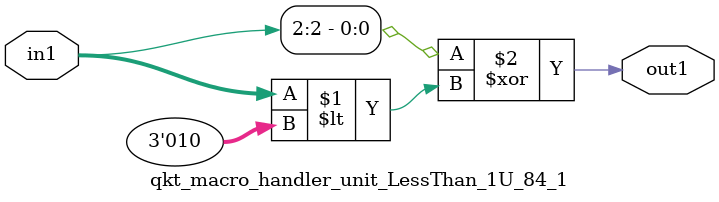
<source format=v>

`timescale 1ps / 1ps


module qkt_macro_handler_unit_LessThan_1U_84_1( in1, out1 );

    input [2:0] in1;
    output out1;

    
    // rtl_process:qkt_macro_handler_unit_LessThan_1U_84_1/qkt_macro_handler_unit_LessThan_1U_84_1_thread_1
    assign out1 = (in1[2] ^ in1 < 3'd2);

endmodule



</source>
